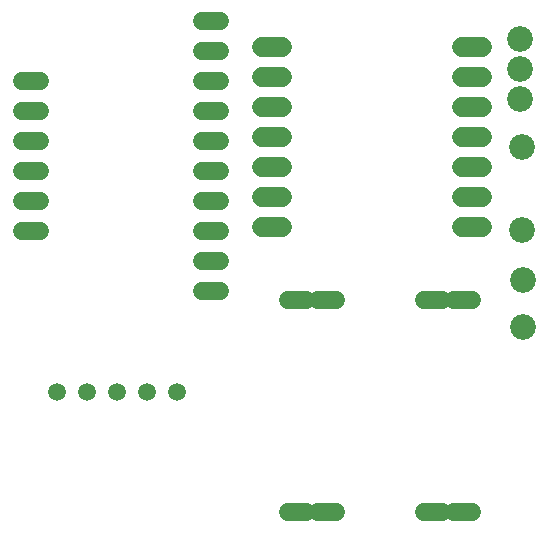
<source format=gbr>
G04 EAGLE Gerber RS-274X export*
G75*
%MOMM*%
%FSLAX34Y34*%
%LPD*%
%INTop Copper*%
%IPPOS*%
%AMOC8*
5,1,8,0,0,1.08239X$1,22.5*%
G01*
G04 Define Apertures*
%ADD10C,1.700000*%
%ADD11C,1.508000*%
%ADD12C,1.508000*%
%ADD13C,2.184400*%
D10*
X533400Y546100D02*
X516400Y546100D01*
X516400Y520700D02*
X533400Y520700D01*
X533400Y495300D02*
X516400Y495300D01*
X516400Y469900D02*
X533400Y469900D01*
X533400Y444500D02*
X516400Y444500D01*
X516400Y419100D02*
X533400Y419100D01*
X533400Y393700D02*
X516400Y393700D01*
X685800Y393700D02*
X702800Y393700D01*
X702800Y419100D02*
X685800Y419100D01*
X685800Y444500D02*
X702800Y444500D01*
X702800Y469900D02*
X685800Y469900D01*
X685800Y495300D02*
X702800Y495300D01*
X702800Y520700D02*
X685800Y520700D01*
X685800Y546100D02*
X702800Y546100D01*
D11*
X480804Y339604D02*
X465724Y339604D01*
X465724Y365004D02*
X480804Y365004D01*
X480804Y390404D02*
X465724Y390404D01*
X465724Y415804D02*
X480804Y415804D01*
X480804Y441204D02*
X465724Y441204D01*
X465724Y466604D02*
X480804Y466604D01*
X480804Y492004D02*
X465724Y492004D01*
X465724Y517404D02*
X480804Y517404D01*
X480804Y542804D02*
X465724Y542804D01*
X465724Y568204D02*
X480804Y568204D01*
X328404Y390404D02*
X313324Y390404D01*
X313324Y415804D02*
X328404Y415804D01*
X328404Y441204D02*
X313324Y441204D01*
X313324Y466604D02*
X328404Y466604D01*
X328404Y492004D02*
X313324Y492004D01*
X313324Y517404D02*
X328404Y517404D01*
X538560Y152400D02*
X553640Y152400D01*
X563960Y152400D02*
X579040Y152400D01*
X653960Y152400D02*
X669040Y152400D01*
X679360Y152400D02*
X694440Y152400D01*
X553640Y332400D02*
X538560Y332400D01*
X563960Y332400D02*
X579040Y332400D01*
X653960Y332400D02*
X669040Y332400D01*
X679360Y332400D02*
X694440Y332400D01*
D12*
X342900Y254000D03*
X368300Y254000D03*
X393700Y254000D03*
X419100Y254000D03*
X444500Y254000D03*
D13*
X734850Y502600D03*
X734850Y528000D03*
X734850Y553400D03*
X736600Y461800D03*
X736600Y391800D03*
X737400Y349400D03*
X737400Y309400D03*
M02*

</source>
